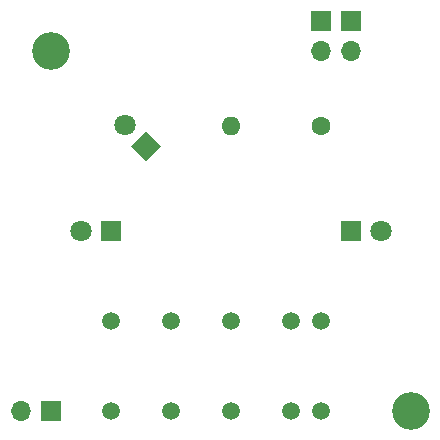
<source format=gts>
G04 #@! TF.GenerationSoftware,KiCad,Pcbnew,5.1.10*
G04 #@! TF.CreationDate,2021-05-21T02:11:28+02:00*
G04 #@! TF.ProjectId,Weichensimulator-rechts,57656963-6865-46e7-9369-6d756c61746f,rev?*
G04 #@! TF.SameCoordinates,Original*
G04 #@! TF.FileFunction,Soldermask,Top*
G04 #@! TF.FilePolarity,Negative*
%FSLAX46Y46*%
G04 Gerber Fmt 4.6, Leading zero omitted, Abs format (unit mm)*
G04 Created by KiCad (PCBNEW 5.1.10) date 2021-05-21 02:11:28*
%MOMM*%
%LPD*%
G01*
G04 APERTURE LIST*
%ADD10C,3.200000*%
%ADD11C,1.500000*%
%ADD12C,1.800000*%
%ADD13R,1.800000X1.800000*%
%ADD14C,0.100000*%
%ADD15O,1.600000X1.600000*%
%ADD16C,1.600000*%
%ADD17O,1.700000X1.700000*%
%ADD18R,1.700000X1.700000*%
G04 APERTURE END LIST*
D10*
X120650000Y-92710000D03*
D11*
X143510000Y-123190000D03*
X140970000Y-123190000D03*
X135890000Y-123190000D03*
X130810000Y-123190000D03*
X125730000Y-123190000D03*
X125730000Y-115570000D03*
X130810000Y-115570000D03*
X135890000Y-115570000D03*
X140970000Y-115570000D03*
X143510000Y-115570000D03*
D12*
X148590000Y-107950000D03*
D13*
X146050000Y-107950000D03*
X125730000Y-107950000D03*
D12*
X123190000Y-107950000D03*
X126913949Y-98973949D03*
D14*
G36*
X129982792Y-100770000D02*
G01*
X128710000Y-102042792D01*
X127437208Y-100770000D01*
X128710000Y-99497208D01*
X129982792Y-100770000D01*
G37*
D15*
X135890000Y-99060000D03*
D16*
X143510000Y-99060000D03*
D17*
X118110000Y-123190000D03*
D18*
X120650000Y-123190000D03*
X146050000Y-90170000D03*
D17*
X146050000Y-92710000D03*
X143510000Y-92710000D03*
D18*
X143510000Y-90170000D03*
D10*
X151130000Y-123190000D03*
M02*

</source>
